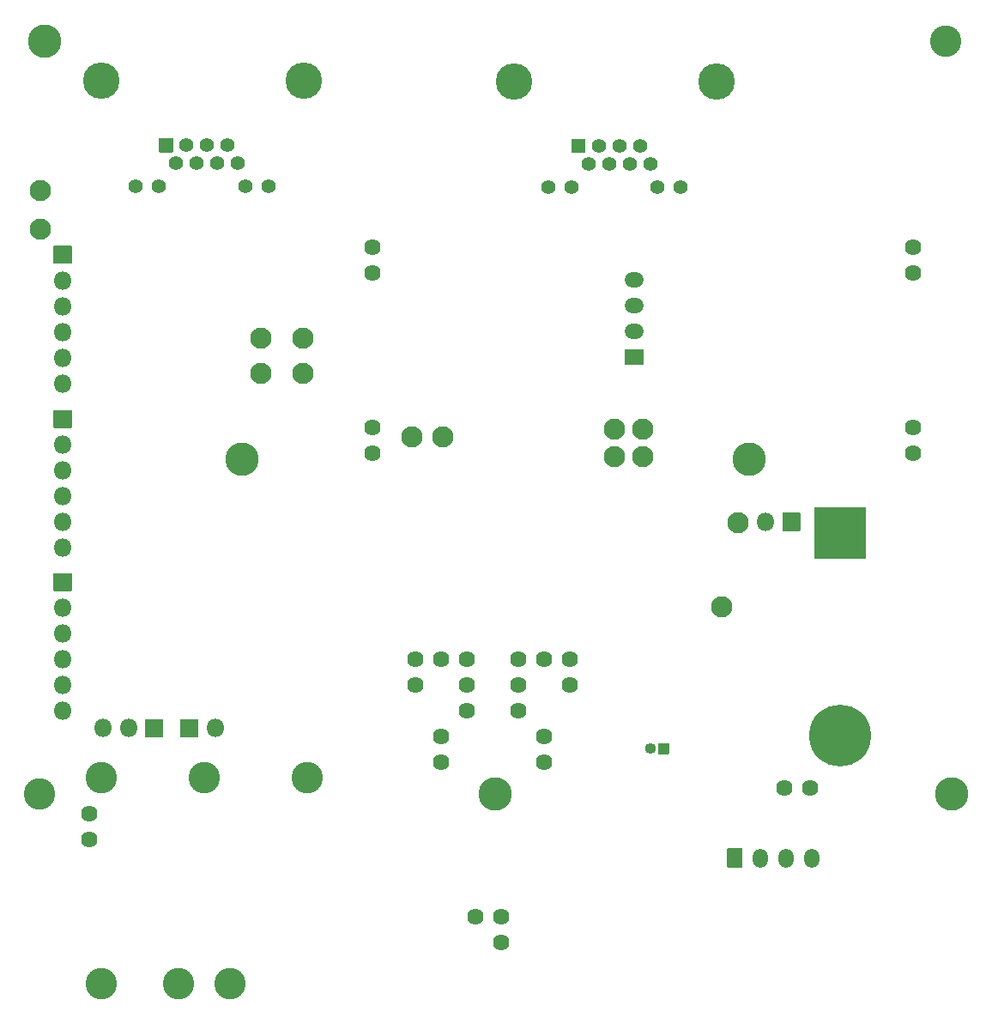
<source format=gbs>
%TF.GenerationSoftware,KiCad,Pcbnew,5.1.7-a382d34a8~88~ubuntu20.04.1*%
%TF.CreationDate,2021-06-18T16:23:43+02:00*%
%TF.ProjectId,Shield_Nucleo,53686965-6c64-45f4-9e75-636c656f2e6b,rev?*%
%TF.SameCoordinates,Original*%
%TF.FileFunction,Soldermask,Bot*%
%TF.FilePolarity,Negative*%
%FSLAX46Y46*%
G04 Gerber Fmt 4.6, Leading zero omitted, Abs format (unit mm)*
G04 Created by KiCad (PCBNEW 5.1.7-a382d34a8~88~ubuntu20.04.1) date 2021-06-18 16:23:43*
%MOMM*%
%LPD*%
G01*
G04 APERTURE LIST*
%ADD10O,1.800000X1.800000*%
%ADD11C,1.624000*%
%ADD12C,3.300000*%
%ADD13C,3.100000*%
%ADD14C,1.400000*%
%ADD15C,3.600000*%
%ADD16C,6.100000*%
%ADD17O,1.900000X1.500000*%
%ADD18O,1.500000X1.900000*%
%ADD19C,2.100000*%
%ADD20O,1.100000X1.100000*%
G04 APERTURE END LIST*
D10*
%TO.C,J5*%
X51500000Y-90200000D03*
X51500000Y-87660000D03*
X51500000Y-85120000D03*
X51500000Y-82580000D03*
X51500000Y-80040000D03*
G36*
G01*
X50600000Y-78350000D02*
X50600000Y-76650000D01*
G75*
G02*
X50650000Y-76600000I50000J0D01*
G01*
X52350000Y-76600000D01*
G75*
G02*
X52400000Y-76650000I0J-50000D01*
G01*
X52400000Y-78350000D01*
G75*
G02*
X52350000Y-78400000I-50000J0D01*
G01*
X50650000Y-78400000D01*
G75*
G02*
X50600000Y-78350000I0J50000D01*
G01*
G37*
%TD*%
%TO.C,J4*%
X51500000Y-74000000D03*
X51500000Y-71460000D03*
X51500000Y-68920000D03*
X51500000Y-66380000D03*
X51500000Y-63840000D03*
G36*
G01*
X50600000Y-62150000D02*
X50600000Y-60450000D01*
G75*
G02*
X50650000Y-60400000I50000J0D01*
G01*
X52350000Y-60400000D01*
G75*
G02*
X52400000Y-60450000I0J-50000D01*
G01*
X52400000Y-62150000D01*
G75*
G02*
X52350000Y-62200000I-50000J0D01*
G01*
X50650000Y-62200000D01*
G75*
G02*
X50600000Y-62150000I0J50000D01*
G01*
G37*
%TD*%
%TO.C,JP4*%
X66540000Y-108000000D03*
G36*
G01*
X64850000Y-108900000D02*
X63150000Y-108900000D01*
G75*
G02*
X63100000Y-108850000I0J50000D01*
G01*
X63100000Y-107150000D01*
G75*
G02*
X63150000Y-107100000I50000J0D01*
G01*
X64850000Y-107100000D01*
G75*
G02*
X64900000Y-107150000I0J-50000D01*
G01*
X64900000Y-108850000D01*
G75*
G02*
X64850000Y-108900000I-50000J0D01*
G01*
G37*
%TD*%
%TO.C,J9*%
X55460000Y-108000000D03*
X58000000Y-108000000D03*
G36*
G01*
X59690000Y-107100000D02*
X61390000Y-107100000D01*
G75*
G02*
X61440000Y-107150000I0J-50000D01*
G01*
X61440000Y-108850000D01*
G75*
G02*
X61390000Y-108900000I-50000J0D01*
G01*
X59690000Y-108900000D01*
G75*
G02*
X59640000Y-108850000I0J50000D01*
G01*
X59640000Y-107150000D01*
G75*
G02*
X59690000Y-107100000I50000J0D01*
G01*
G37*
%TD*%
D11*
%TO.C,J7*%
X94760000Y-129120000D03*
D12*
X139200000Y-114500000D03*
X94200000Y-114500000D03*
D13*
X49200000Y-114500000D03*
D12*
X69200000Y-81500000D03*
X119200000Y-81500000D03*
D13*
X138650000Y-40200000D03*
D12*
X49750000Y-40200000D03*
D11*
X54120000Y-116420000D03*
X82060000Y-78320000D03*
X82060000Y-60540000D03*
X92220000Y-126580000D03*
X94760000Y-126580000D03*
X54120000Y-118960000D03*
X125240000Y-113880000D03*
X122700000Y-113880000D03*
X82060000Y-63080000D03*
X82060000Y-80860000D03*
X135400000Y-80860000D03*
X135400000Y-78320000D03*
X135400000Y-63080000D03*
X135400000Y-60540000D03*
X88880000Y-111340000D03*
X88880000Y-108800000D03*
X99040000Y-111340000D03*
X99040000Y-108800000D03*
X91420000Y-106260000D03*
X96500000Y-106260000D03*
X86340000Y-103720000D03*
X91420000Y-103720000D03*
X96500000Y-103720000D03*
X101580000Y-103720000D03*
X86340000Y-101180000D03*
X88880000Y-101180000D03*
X91420000Y-101180000D03*
X96500000Y-101180000D03*
X99040000Y-101180000D03*
X101580000Y-101180000D03*
%TD*%
D14*
%TO.C,J3*%
X109512000Y-52330000D03*
D15*
X115989000Y-44200000D03*
X96050000Y-44200000D03*
D14*
X112496500Y-54614000D03*
X101701500Y-54614000D03*
X106464000Y-50550000D03*
G36*
G01*
X101700000Y-51200000D02*
X101700000Y-49900000D01*
G75*
G02*
X101750000Y-49850000I50000J0D01*
G01*
X103050000Y-49850000D01*
G75*
G02*
X103100000Y-49900000I0J-50000D01*
G01*
X103100000Y-51200000D01*
G75*
G02*
X103050000Y-51250000I-50000J0D01*
G01*
X101750000Y-51250000D01*
G75*
G02*
X101700000Y-51200000I0J50000D01*
G01*
G37*
X108496000Y-50550000D03*
X99415500Y-54614000D03*
X104432000Y-50550000D03*
X110210500Y-54614000D03*
X103416000Y-52330000D03*
X105448000Y-52330000D03*
X107480000Y-52330000D03*
%TD*%
%TO.C,J2*%
X68812000Y-52280000D03*
D15*
X75289000Y-44150000D03*
X55350000Y-44150000D03*
D14*
X71796500Y-54564000D03*
X61001500Y-54564000D03*
X65764000Y-50500000D03*
G36*
G01*
X61000000Y-51150000D02*
X61000000Y-49850000D01*
G75*
G02*
X61050000Y-49800000I50000J0D01*
G01*
X62350000Y-49800000D01*
G75*
G02*
X62400000Y-49850000I0J-50000D01*
G01*
X62400000Y-51150000D01*
G75*
G02*
X62350000Y-51200000I-50000J0D01*
G01*
X61050000Y-51200000D01*
G75*
G02*
X61000000Y-51150000I0J50000D01*
G01*
G37*
X67796000Y-50500000D03*
X58715500Y-54564000D03*
X63732000Y-50500000D03*
X69510500Y-54564000D03*
X62716000Y-52280000D03*
X64748000Y-52280000D03*
X66780000Y-52280000D03*
%TD*%
D13*
%TO.C,PS4*%
X65500000Y-112900000D03*
X55340000Y-133220000D03*
X75660000Y-112900000D03*
X55340000Y-112900000D03*
X68040000Y-133220000D03*
X62960000Y-133220000D03*
%TD*%
D16*
%TO.C,BT1*%
X128205000Y-108749000D03*
G36*
G01*
X130705000Y-91299000D02*
X125705000Y-91299000D01*
G75*
G02*
X125655000Y-91249000I0J50000D01*
G01*
X125655000Y-86249000D01*
G75*
G02*
X125705000Y-86199000I50000J0D01*
G01*
X130705000Y-86199000D01*
G75*
G02*
X130755000Y-86249000I0J-50000D01*
G01*
X130755000Y-91249000D01*
G75*
G02*
X130705000Y-91299000I-50000J0D01*
G01*
G37*
%TD*%
%TO.C,U9*%
G36*
G01*
X108800000Y-72150000D02*
X107000000Y-72150000D01*
G75*
G02*
X106950000Y-72100000I0J50000D01*
G01*
X106950000Y-70700000D01*
G75*
G02*
X107000000Y-70650000I50000J0D01*
G01*
X108800000Y-70650000D01*
G75*
G02*
X108850000Y-70700000I0J-50000D01*
G01*
X108850000Y-72100000D01*
G75*
G02*
X108800000Y-72150000I-50000J0D01*
G01*
G37*
D17*
X107900000Y-68860000D03*
X107900000Y-66320000D03*
X107900000Y-63780000D03*
%TD*%
%TO.C,U8*%
G36*
G01*
X117070000Y-121700000D02*
X117070000Y-119900000D01*
G75*
G02*
X117120000Y-119850000I50000J0D01*
G01*
X118520000Y-119850000D01*
G75*
G02*
X118570000Y-119900000I0J-50000D01*
G01*
X118570000Y-121700000D01*
G75*
G02*
X118520000Y-121750000I-50000J0D01*
G01*
X117120000Y-121750000D01*
G75*
G02*
X117070000Y-121700000I0J50000D01*
G01*
G37*
D18*
X120360000Y-120800000D03*
X122900000Y-120800000D03*
X125440000Y-120800000D03*
%TD*%
D19*
%TO.C,TP33*%
X49290000Y-55000000D03*
%TD*%
%TO.C,TP32*%
X49290000Y-58750000D03*
%TD*%
%TO.C,TP15*%
X75200000Y-69500000D03*
%TD*%
%TO.C,TP14*%
X71100000Y-73000000D03*
%TD*%
%TO.C,TP13*%
X71100000Y-69500000D03*
%TD*%
%TO.C,TP12*%
X108700000Y-81250000D03*
%TD*%
%TO.C,TP8*%
X105950000Y-81250000D03*
%TD*%
%TO.C,TP7*%
X105950000Y-78500000D03*
%TD*%
%TO.C,TP6*%
X108700000Y-78500000D03*
%TD*%
%TO.C,TP5*%
X89000000Y-79250000D03*
%TD*%
%TO.C,TP4*%
X85950000Y-79250000D03*
%TD*%
%TO.C,TP3*%
X118100000Y-87700000D03*
%TD*%
%TO.C,TP2*%
X116500000Y-96000000D03*
%TD*%
%TO.C,TP1*%
X75200000Y-73000000D03*
%TD*%
D20*
%TO.C,TH1*%
X109530000Y-110000000D03*
G36*
G01*
X111300000Y-110550000D02*
X110300000Y-110550000D01*
G75*
G02*
X110250000Y-110500000I0J50000D01*
G01*
X110250000Y-109500000D01*
G75*
G02*
X110300000Y-109450000I50000J0D01*
G01*
X111300000Y-109450000D01*
G75*
G02*
X111350000Y-109500000I0J-50000D01*
G01*
X111350000Y-110500000D01*
G75*
G02*
X111300000Y-110550000I-50000J0D01*
G01*
G37*
%TD*%
D10*
%TO.C,SWD1*%
X51500000Y-106300000D03*
X51500000Y-103760000D03*
X51500000Y-101220000D03*
X51500000Y-98680000D03*
X51500000Y-96140000D03*
G36*
G01*
X50600000Y-94450000D02*
X50600000Y-92750000D01*
G75*
G02*
X50650000Y-92700000I50000J0D01*
G01*
X52350000Y-92700000D01*
G75*
G02*
X52400000Y-92750000I0J-50000D01*
G01*
X52400000Y-94450000D01*
G75*
G02*
X52350000Y-94500000I-50000J0D01*
G01*
X50650000Y-94500000D01*
G75*
G02*
X50600000Y-94450000I0J50000D01*
G01*
G37*
%TD*%
%TO.C,JP2*%
X120865000Y-87649000D03*
G36*
G01*
X122555000Y-86749000D02*
X124255000Y-86749000D01*
G75*
G02*
X124305000Y-86799000I0J-50000D01*
G01*
X124305000Y-88499000D01*
G75*
G02*
X124255000Y-88549000I-50000J0D01*
G01*
X122555000Y-88549000D01*
G75*
G02*
X122505000Y-88499000I0J50000D01*
G01*
X122505000Y-86799000D01*
G75*
G02*
X122555000Y-86749000I50000J0D01*
G01*
G37*
%TD*%
M02*

</source>
